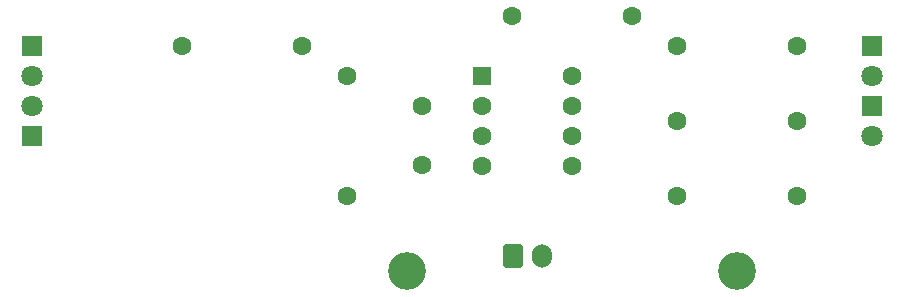
<source format=gbr>
%TF.GenerationSoftware,KiCad,Pcbnew,9.0.4-9.0.4-0~ubuntu22.04.1*%
%TF.CreationDate,2025-10-04T20:23:48+09:00*%
%TF.ProjectId,practice10.13,70726163-7469-4636-9531-302e31332e6b,rev?*%
%TF.SameCoordinates,Original*%
%TF.FileFunction,Soldermask,Bot*%
%TF.FilePolarity,Negative*%
%FSLAX46Y46*%
G04 Gerber Fmt 4.6, Leading zero omitted, Abs format (unit mm)*
G04 Created by KiCad (PCBNEW 9.0.4-9.0.4-0~ubuntu22.04.1) date 2025-10-04 20:23:48*
%MOMM*%
%LPD*%
G01*
G04 APERTURE LIST*
G04 Aperture macros list*
%AMRoundRect*
0 Rectangle with rounded corners*
0 $1 Rounding radius*
0 $2 $3 $4 $5 $6 $7 $8 $9 X,Y pos of 4 corners*
0 Add a 4 corners polygon primitive as box body*
4,1,4,$2,$3,$4,$5,$6,$7,$8,$9,$2,$3,0*
0 Add four circle primitives for the rounded corners*
1,1,$1+$1,$2,$3*
1,1,$1+$1,$4,$5*
1,1,$1+$1,$6,$7*
1,1,$1+$1,$8,$9*
0 Add four rect primitives between the rounded corners*
20,1,$1+$1,$2,$3,$4,$5,0*
20,1,$1+$1,$4,$5,$6,$7,0*
20,1,$1+$1,$6,$7,$8,$9,0*
20,1,$1+$1,$8,$9,$2,$3,0*%
G04 Aperture macros list end*
%ADD10C,3.200000*%
%ADD11C,1.800000*%
%ADD12R,1.800000X1.800000*%
%ADD13C,1.600000*%
%ADD14RoundRect,0.250000X-0.600000X-0.750000X0.600000X-0.750000X0.600000X0.750000X-0.600000X0.750000X0*%
%ADD15O,1.700000X2.000000*%
%ADD16RoundRect,0.250000X-0.550000X-0.550000X0.550000X-0.550000X0.550000X0.550000X-0.550000X0.550000X0*%
G04 APERTURE END LIST*
D10*
%TO.C,REF\u002A\u002A*%
X144780000Y-67310000D03*
%TD*%
%TO.C,REF\u002A\u002A*%
X172720000Y-67310000D03*
%TD*%
D11*
%TO.C,Q2*%
X113030000Y-50800000D03*
D12*
X113030000Y-48260000D03*
%TD*%
D13*
%TO.C,R5*%
X139700000Y-60960000D03*
X139700000Y-50800000D03*
%TD*%
D14*
%TO.C,J2*%
X153710000Y-66040000D03*
D15*
X156210000Y-66040000D03*
%TD*%
D12*
%TO.C,D1*%
X184150000Y-48260000D03*
D11*
X184150000Y-50800000D03*
%TD*%
D13*
%TO.C,R1*%
X177800000Y-48260000D03*
X167640000Y-48260000D03*
%TD*%
%TO.C,R6*%
X177800000Y-60960000D03*
X167640000Y-60960000D03*
%TD*%
D12*
%TO.C,D2*%
X113030000Y-55880000D03*
D11*
X113030000Y-53340000D03*
%TD*%
D13*
%TO.C,R4*%
X125730000Y-48260000D03*
X135890000Y-48260000D03*
%TD*%
%TO.C,C1*%
X146050000Y-53340000D03*
X146050000Y-58340000D03*
%TD*%
%TO.C,R3*%
X177800000Y-54610000D03*
X167640000Y-54610000D03*
%TD*%
D16*
%TO.C,U1*%
X151130000Y-50800000D03*
D13*
X151130000Y-53340000D03*
X151130000Y-55880000D03*
X151130000Y-58420000D03*
X158750000Y-58420000D03*
X158750000Y-55880000D03*
X158750000Y-53340000D03*
X158750000Y-50800000D03*
%TD*%
%TO.C,R2*%
X153670000Y-45720000D03*
X163830000Y-45720000D03*
%TD*%
D12*
%TO.C,Q1*%
X184150000Y-53340000D03*
D11*
X184150000Y-55880000D03*
%TD*%
M02*

</source>
